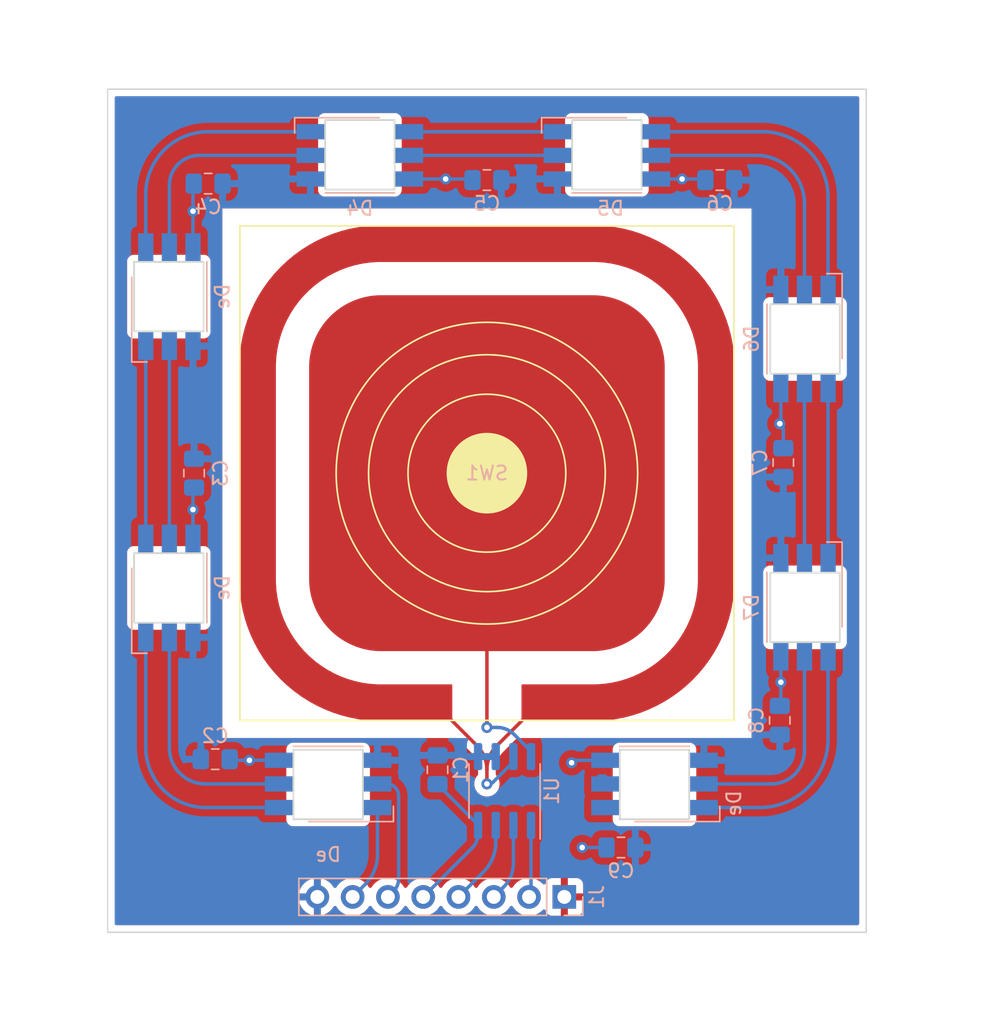
<source format=kicad_pcb>
(kicad_pcb (version 20211014) (generator pcbnew)
  (layers (0 "F.Cu" signal) (31 "B.Cu" signal) (34 "B.Paste" user) (35 "F.Paste" user) (36 "B.SilkS" user "B.Silkscreen") (37 "F.SilkS" user "F.Silkscreen") (38 "B.Mask" user) (39 "F.Mask" user) (44 "Edge.Cuts" user))
  (net 0 "")
  (net 1 "+3V3")
  (net 2 "GND")
  (net 3 "+5V")
  (net 4 "/LED_DATA")
  (net 5 "/LED_SCK")
  (net 6 "Net-(D1-Pad5)")
  (net 7 "Net-(D1-Pad6)")
  (net 8 "Net-(D2-Pad5)")
  (net 9 "Net-(D2-Pad6)")
  (net 10 "Net-(D3-Pad5)")
  (net 11 "Net-(D3-Pad6)")
  (net 12 "Net-(D4-Pad5)")
  (net 13 "Net-(D4-Pad6)")
  (net 14 "Net-(D5-Pad5)")
  (net 15 "Net-(D5-Pad6)")
  (net 16 "Net-(D6-Pad5)")
  (net 17 "Net-(D6-Pad6)")
  (net 18 "Net-(D7-Pad5)")
  (net 19 "Net-(D7-Pad6)")
  (net 20 "unconnected-(D8-Pad5)")
  (net 22 "/I2C_SDA")
  (net 23 "/I2C_SCL")
  (net 24 "/CAP_INT")
  (net 25 "Net-(SW1-Pad1)")
  (net 26 "Net-(SW1-Pad2)")
  (footprint "touchpads:button-internal" (layer "F.Cu") (at 88.9 88.9)
    (fp_text reference "SW1" (at 0 0 unlocked) (layer "B.SilkS") (effects (justify mirror)))
    (fp_text value "CAP-BUTTON")
    (fp_rect (start -17.78 -17.78) (end 17.78 17.78) (layer "F.SilkS") (width 0.12) (fill none))
    (fp_circle (center 0 0) (end 5.08 -2.54) (layer "F.SilkS") (width 0.12) (fill none))
    (fp_circle (center 0 0) (end 10.16 -3.81) (layer "F.SilkS") (width 0.12) (fill none))
    (fp_circle (center 0 0) (end 7.62 -3.81) (layer "F.SilkS") (width 0.12) (fill none))
    (fp_circle (center 0 0) (end 2.839806 0) (layer "F.SilkS") (width 0.12) (fill solid))
    (pad "1" smd custom (at 0 0) (size 25 25) (layers "F.Cu" "F.Paste" "F.Mask") (net 25 "Net-(SW1-Pad1)") (options (clearance outline) (anchor circle)) (primitives (gr_poly (pts (xy -12.5 -2.5) (xy -12.480267 -3.127905) (xy -12.421147 -3.753332) (xy -12.322873 -4.373813) (xy -12.185832 -4.986899) (xy -12.010565 -5.59017) (xy -11.797765 -6.181246) (xy -11.548271 -6.757793) (xy -11.263067 -7.317537) (xy -10.943279 -7.858268) (xy -10.59017 -8.377853) (xy -10.205132 -8.87424) (xy -9.789686 -9.345471) (xy -9.345471 -9.789686) (xy -8.87424 -10.205132) (xy -8.377853 -10.59017) (xy -7.858268 -10.943279) (xy -7.317537 -11.263067) (xy -6.757793 -11.548271) (xy -6.181246 -11.797765) (xy -5.59017 -12.010565) (xy -4.986899 -12.185832) (xy -4.373813 -12.322873) (xy -3.753332 -12.421147) (xy -3.127905 -12.480267) (xy -2.5 -12.5) (xy 2.5 -12.5) (xy 3.127905 -12.480267) (xy 3.753332 -12.421147) (xy 4.373813 -12.322873) (xy 4.986899 -12.185832) (xy 5.59017 -12.010565) (xy 6.181246 -11.797765) (xy 6.757793 -11.548271) (xy 7.317537 -11.263067) (xy 7.858268 -10.943279) (xy 8.377853 -10.59017) (xy 8.87424 -10.205132) (xy 9.345471 -9.789686) (xy 9.789686 -9.345471) (xy 10.205132 -8.87424) (xy 10.59017 -8.377853) (xy 10.943279 -7.858268) (xy 11.263067 -7.317537) (xy 11.548271 -6.757793) (xy 11.797765 -6.181246) (xy 12.010565 -5.59017) (xy 12.185832 -4.986899) (xy 12.322873 -4.373813) (xy 12.421147 -3.753332) (xy 12.480267 -3.127905) (xy 12.5 -2.5) (xy 12.5 2.5) (xy 12.480267 3.127905) (xy 12.421147 3.753332) (xy 12.322873 4.373813) (xy 12.185832 4.986899) (xy 12.010565 5.59017) (xy 11.797765 6.181246) (xy 11.548271 6.757793) (xy 11.263067 7.317537) (xy 10.943279 7.858268) (xy 10.59017 8.377853) (xy 10.205132 8.87424) (xy 9.789686 9.345471) (xy 9.345471 9.789686) (xy 8.87424 10.205132) (xy 8.377853 10.59017) (xy 7.858268 10.943279) (xy 7.317537 11.263067) (xy 6.757793 11.548271) (xy 6.181246 11.797765) (xy 5.59017 12.010565) (xy 4.986899 12.185832) (xy 4.373813 12.322873) (xy 3.753332 12.421147) (xy 3.127905 12.480267) (xy 2.5 12.5) (xy -2.5 12.5) (xy -3.127905 12.480267) (xy -3.753332 12.421147) (xy -4.373813 12.322873) (xy -4.986899 12.185832) (xy -5.59017 12.010565) (xy -6.181246 11.797765) (xy -6.757793 11.548271) (xy -7.317537 11.263067) (xy -7.858268 10.943279) (xy -8.377853 10.59017) (xy -8.87424 10.205132) (xy -9.345471 9.789686) (xy -9.789686 9.345471) (xy -10.205132 8.87424) (xy -10.59017 8.377853) (xy -10.943279 7.858268) (xy -11.263067 7.317537) (xy -11.548271 6.757793) (xy -11.797765 6.181246) (xy -12.010565 5.59017) (xy -12.185832 4.986899) (xy -12.322873 4.373813) (xy -12.421147 3.753332) (xy -12.480267 3.127905) (xy -12.5 2.5)) (width 0) (fill yes)) (gr_poly (pts (arc (start -12.7 7.62) (mid -11.212102 11.212102) (end -7.62 12.7)) (arc (start 7.62 12.7) (mid 11.212102 11.212102) (end 12.7 7.62)) (arc (start 12.7 -7.62) (mid 11.212102 -11.212102) (end 7.62 -12.7)) (arc (start -7.62 -12.7) (mid -11.212102 -11.212102) (end -12.7 -7.62))) (width 0.2) (fill yes))))
    (pad "2" smd custom (at 3.81 16.51) (size 2.399997 2.399997) (layers "F.Cu" "F.Paste" "F.Mask") (net 26 "Net-(SW1-Pad2)") (options (clearance outline) (anchor circle)) (primitives (gr_poly (pts (xy -1.199999 -0.239999) (xy -1.184827 -0.41) (xy -1.131345 -0.596512) (xy -1.041453 -0.76846) (xy -0.918822 -0.918821) (xy -0.768461 -1.041452) (xy -0.596513 -1.131344) (xy -0.410001 -1.184826) (xy -0.239999 -1.199997) (xy 0.24 -1.199998) (xy 0.410001 -1.184826) (xy 0.596513 -1.131344) (xy 0.768461 -1.041452) (xy 0.918822 -0.918821) (xy 1.041453 -0.76846) (xy 1.131345 -0.596512) (xy 1.184827 -0.41) (xy 1.199998 -0.239998) (xy 1.199999 0.239999) (xy 1.184827 0.41) (xy 1.131345 0.596512) (xy 1.041453 0.76846) (xy 0.918822 0.918821) (xy 0.768461 1.041452) (xy 0.596513 1.131344) (xy 0.410001 1.184826) (xy 0.239999 1.199997) (xy -0.24 1.199998) (xy -0.410001 1.184826) (xy -0.596513 1.131344) (xy -0.768461 1.041452) (xy -0.918822 0.918821) (xy -1.041453 0.76846) (xy -1.131345 0.596512) (xy -1.184827 0.41) (xy -1.199998 0.239998)) (width 0) (fill yes)) (gr_poly (pts (xy 3.81 -1.27) (xy -1.27 -1.27) (xy -1.27 1.27) (xy 3.81 1.27) (xy 4.129213 1.267518) (xy 4.766379 1.227431) (xy 5.39977 1.147415) (xy 6.026888 1.027786) (xy 6.645256 0.869016) (xy 7.252435 0.671731) (xy 7.846028 0.436711) (xy 8.423693 0.164883) (xy 8.98315 -0.142681) (xy 9.522191 -0.484767) (xy 10.038688 -0.860024) (xy 10.530603 -1.266972) (xy 10.995996 -1.704004) (xy 11.433028 -2.169397) (xy 11.839976 -2.661312) (xy 12.215233 -3.177809) (xy 12.557319 -3.71685) (xy 12.864883 -4.276307) (xy 13.136711 -4.853972) (xy 13.371731 -5.447565) (xy 13.569016 -6.054744) (xy 13.727786 -6.673112) (xy 13.847415 -7.30023) (xy 13.927431 -7.933621) (xy 13.967518 -8.570787) (xy 13.97 -8.89) (xy 13.97 -24.13) (xy 13.967518 -24.449213) (xy 13.927431 -25.086379) (xy 13.847415 -25.71977) (xy 13.727786 -26.346888) (xy 13.569016 -26.965256) (xy 13.371731 -27.572435) (xy 13.136711 -28.166028) (xy 12.864883 -28.743693) (xy 12.557319 -29.30315) (xy 12.215233 -29.842191) (xy 11.839976 -30.358688) (xy 11.433028 -30.850603) (xy 10.995996 -31.315996) (xy 10.530603 -31.753028) (xy 10.038688 -32.159976) (xy 9.522191 -32.535233) (xy 8.98315 -32.877319) (xy 8.423693 -33.184883) (xy 7.846028 -33.456711) (xy 7.252435 -33.691731) (xy 6.645256 -33.889016) (xy 6.026888 -34.047786) (xy 5.39977 -34.167415) (xy 4.766379 -34.247431) (xy 4.129213 -34.287518) (xy 3.81 -34.29) (xy -11.43 -34.29) (xy -11.749213 -34.287518) (xy -12.386379 -34.247431) (xy -13.01977 -34.167415) (xy -13.646888 -34.047786) (xy -14.265256 -33.889016) (xy -14.872435 -33.691731) (xy -15.466028 -33.456711) (xy -16.043693 -33.184883) (xy -16.60315 -32.877319) (xy -17.142191 -32.535233) (xy -17.658688 -32.159976) (xy -18.150603 -31.753028) (xy -18.615996 -31.315996) (xy -19.053028 -30.850603) (xy -19.459976 -30.358688) (xy -19.835233 -29.842191) (xy -20.177319 -29.30315) (xy -20.484883 -28.743693) (xy -20.756711 -28.166028) (xy -20.991731 -27.572435) (xy -21.189016 -26.965256) (xy -21.347786 -26.346888) (xy -21.467415 -25.71977) (xy -21.547431 -25.086379) (xy -21.587518 -24.449213) (xy -21.59 -24.13) (xy -21.59 -8.89) (xy -21.587518 -8.570787) (xy -21.547431 -7.933621) (xy -21.467415 -7.30023) (xy -21.347786 -6.673112) (xy -21.189016 -6.054744) (xy -20.991731 -5.447565) (xy -20.756711 -4.853972) (xy -20.484883 -4.276307) (xy -20.177319 -3.71685) (xy -19.835233 -3.177809) (xy -19.459976 -2.661312) (xy -19.053028 -2.169397) (xy -18.615996 -1.704004) (xy -18.150603 -1.266972) (xy -17.658688 -0.860024) (xy -17.142191 -0.484767) (xy -16.60315 -0.142681) (xy -16.043693 0.164883) (xy -15.466028 0.436711) (xy -14.872435 0.671731) (xy -14.265256 0.869016) (xy -13.646888 1.027786) (xy -13.01977 1.147415) (xy -12.386379 1.227431) (xy -11.749213 1.267518) (xy -11.43 1.27) (xy -6.35 1.27) (xy -6.35 -1.27) (xy -11.43 -1.27) (xy -11.702065 -1.272339) (xy -12.24481 -1.311157) (xy -12.783402 -1.388594) (xy -13.315098 -1.504258) (xy -13.837188 -1.657557) (xy -14.347012 -1.847711) (xy -14.84197 -2.073751) (xy -15.319543 -2.334526) (xy -15.777295 -2.628705) (xy -16.212894 -2.954791) (xy -16.624121 -3.311121) (xy -17.008879 -3.695879) (xy -17.365209 -4.107106) (xy -17.691295 -4.542705) (xy -17.985474 -5.000457) (xy -18.246249 -5.47803) (xy -18.472289 -5.972988) (xy -18.662443 -6.482812) (xy -18.815742 -7.004902) (xy -18.931406 -7.536598) (xy -19.008843 -8.07519) (xy -19.047661 -8.617935) (xy -19.05 -8.89) (xy -19.05 -24.13) (xy -19.047661 -24.402065) (xy -19.008843 -24.94481) (xy -18.931406 -25.483402) (xy -18.815742 -26.015098) (xy -18.662443 -26.537188) (xy -18.472289 -27.047012) (xy -18.246249 -27.54197) (xy -17.985474 -28.019543) (xy -17.691295 -28.477295) (xy -17.365209 -28.912894) (xy -17.008879 -29.324121) (xy -16.624121 -29.708879) (xy -16.212894 -30.065209) (xy -15.777295 -30.391295) (xy -15.319543 -30.685474) (xy -14.84197 -30.946249) (xy -14.347012 -31.172289) (xy -13.837188 -31.362443) (xy -13.315098 -31.515742) (xy -12.783402 -31.631406) (xy -12.24481 -31.708843) (xy -11.702065 -31.747661) (xy -11.43 -31.75) (xy 3.81 -31.75) (xy 4.082146 -31.747784) (xy 4.625065 -31.709191) (xy 5.163846 -31.631955) (xy 5.695742 -31.516467) (xy 6.218041 -31.363319) (xy 6.72808 -31.173289) (xy 7.223258 -30.947347) (xy 7.70105 -30.686646) (xy 8.159021 -30.392514) (xy 8.594835 -30.066452) (xy 9.00627 -29.71012) (xy 9.391228 -29.325338) (xy 9.747747 -28.914065) (xy 10.074009 -28.4784) (xy 10.36835 -28.020564) (xy 10.62927 -27.542891) (xy 10.855437 -27.047816) (xy 11.0457 -26.537864) (xy 11.199087 -26.015635) (xy 11.314817 -25.483792) (xy 11.3923 -24.945046) (xy 11.43114 -24.402145) (xy 11.433482 -24.13) (xy 11.43 -8.89) (xy 11.427604 -8.617937) (xy 11.388787 -8.075196) (xy 11.311349 -7.536608) (xy 11.195687 -7.004916) (xy 11.042389 -6.48283) (xy 10.852236 -5.97301) (xy 10.626197 -5.478055) (xy 10.365425 -5.000487) (xy 10.071248 -4.542738) (xy 9.745165 -4.107142) (xy 9.388837 -3.695918) (xy 9.004082 -3.311163) (xy 8.592858 -2.954835) (xy 8.157262 -2.628752) (xy 7.699513 -2.334575) (xy 7.221945 -2.073803) (xy 6.72699 -1.847764) (xy 6.21717 -1.657611) (xy 5.695084 -1.504313) (xy 5.163392 -1.388651) (xy 4.624804 -1.311213) (xy 4.082063 -1.272396)) (width 0.1) (fill yes))))
    (zone (net 0) (net_name "") (layers F&B.Cu) (connect_pads (clearance 0)) (min_thickness 0.254)
      (keepout (tracks allowed) (vias not_allowed) (pads not_allowed) (copperpour not_allowed) (footprints allowed))
      (fill (thermal_gap 0.508) (thermal_bridge_width 0.508))
      (polygon (pts (xy 107.95 107.95) (xy 69.85 107.95) (xy 69.85 69.85) (xy 107.95 69.85)))
    )
  )
  (footprint "APA102-flipped:LED_RGB_5050-6-flipped" (layer "B.Cu") (at 111.76 98.552 90)
    (fp_text reference "D7" (at 0 -3.81 90) (layer "B.SilkS") (effects (justify mirror)))
    (fp_text value "APA102")
    (fp_line (start -1.401 2.709) (end 4.699 2.709) (layer "B.SilkS") (width 0.12))
    (fp_line (start 2.5 -2.7) (end -2.5 -2.7) (layer "B.SilkS") (width 0.12))
    (fp_line (start 4.699 1.609) (end 4.699 2.709) (layer "B.SilkS") (width 0.12))
    (fp_rect (start -2.5 2.54) (end 2.5 -2.46) (layer "Edge.Cuts") (width 0.12) (fill none))
    (pad "1" smd rect (at 3.556 1.7 180) (size 1.1 2) (layers "B.Cu" "B.Paste" "B.Mask") (net 17 "Net-(D6-Pad6)"))
    (pad "2" smd rect (at 3.556 0 180) (size 1.1 2) (layers "B.Cu" "B.Paste" "B.Mask") (net 16 "Net-(D6-Pad5)"))
    (pad "3" smd rect (at 3.556 -1.7 180) (size 1.1 2) (layers "B.Cu" "B.Paste" "B.Mask") (net 2 "GND"))
    (pad "4" smd rect (at -3.556 -1.7 180) (size 1.1 2) (layers "B.Cu" "B.Paste" "B.Mask") (net 3 "+5V"))
    (pad "5" smd rect (at -3.556 0 180) (size 1.1 2) (layers "B.Cu" "B.Paste" "B.Mask") (net 18 "Net-(D7-Pad5)"))
    (pad "6" smd rect (at -3.556 1.7 180) (size 1.1 2) (layers "B.Cu" "B.Paste" "B.Mask") (net 19 "Net-(D7-Pad6)"))
  )
  (footprint "Capacitor_SMD:C_0805_2012Metric_Pad1.18x1.45mm_HandSolder" (layer "B.Cu") (at 98.552 115.824)
    (fp_text reference "C9" (at 0 1.68) (layer "B.SilkS") (effects (justify mirror)))
    (fp_text value "10n")
    (fp_line (start -0.261252 -0.735) (end 0.261252 -0.735) (layer "B.SilkS") (width 0.12))
    (fp_line (start -0.261252 0.735) (end 0.261252 0.735) (layer "B.SilkS") (width 0.12))
    (pad "1" smd roundrect (at -1.0375 0) (size 1.175 1.45) (layers "B.Cu" "B.Paste" "B.Mask") (roundrect_rratio 0.212766) (net 3 "+5V"))
    (pad "2" smd roundrect (at 1.0375 0) (size 1.175 1.45) (layers "B.Cu" "B.Paste" "B.Mask") (roundrect_rratio 0.212766) (net 2 "GND"))
  )
  (footprint "Capacitor_SMD:C_0805_2012Metric_Pad1.18x1.45mm_HandSolder" (layer "B.Cu") (at 69.342 109.474 180)
    (fp_text reference "C2" (at 0 1.68) (layer "B.SilkS") (effects (justify mirror)))
    (fp_text value "10n")
    (fp_line (start -0.261252 0.735) (end 0.261252 0.735) (layer "B.SilkS") (width 0.12))
    (fp_line (start -0.261252 -0.735) (end 0.261252 -0.735) (layer "B.SilkS") (width 0.12))
    (pad "1" smd roundrect (at -1.0375 0 180) (size 1.175 1.45) (layers "B.Cu" "B.Paste" "B.Mask") (roundrect_rratio 0.212766) (net 3 "+5V"))
    (pad "2" smd roundrect (at 1.0375 0 180) (size 1.175 1.45) (layers "B.Cu" "B.Paste" "B.Mask") (roundrect_rratio 0.212766) (net 2 "GND"))
  )
  (footprint "Capacitor_SMD:C_0805_2012Metric_Pad1.18x1.45mm_HandSolder" (layer "B.Cu") (at 88.9 67.818)
    (fp_text reference "C5" (at 0 1.68) (layer "B.SilkS") (effects (justify mirror)))
    (fp_text value "10n")
    (fp_line (start -0.261252 -0.735) (end 0.261252 -0.735) (layer "B.SilkS") (width 0.12))
    (fp_line (start -0.261252 0.735) (end 0.261252 0.735) (layer "B.SilkS") (width 0.12))
    (pad "1" smd roundrect (at -1.0375 0) (size 1.175 1.45) (layers "B.Cu" "B.Paste" "B.Mask") (roundrect_rratio 0.212766) (net 3 "+5V"))
    (pad "2" smd roundrect (at 1.0375 0) (size 1.175 1.45) (layers "B.Cu" "B.Paste" "B.Mask") (roundrect_rratio 0.212766) (net 2 "GND"))
  )
  (footprint "APA102-flipped:LED_RGB_5050-6-flipped" (layer "B.Cu") (at 79.756 66.04 180)
    (fp_text reference "D4" (at 0 -3.81) (layer "B.SilkS") (effects (justify mirror)))
    (fp_text value "APA102")
    (fp_line (start 4.699 1.609) (end 4.699 2.709) (layer "B.SilkS") (width 0.12))
    (fp_line (start -1.401 2.709) (end 4.699 2.709) (layer "B.SilkS") (width 0.12))
    (fp_line (start 2.5 -2.7) (end -2.5 -2.7) (layer "B.SilkS") (width 0.12))
    (fp_rect (start -2.5 2.54) (end 2.5 -2.46) (layer "Edge.Cuts") (width 0.12) (fill none))
    (pad "1" smd rect (at 3.556 1.7 270) (size 1.1 2) (layers "B.Cu" "B.Paste" "B.Mask") (net 11 "Net-(D3-Pad6)"))
    (pad "2" smd rect (at 3.556 0 270) (size 1.1 2) (layers "B.Cu" "B.Paste" "B.Mask") (net 10 "Net-(D3-Pad5)"))
    (pad "3" smd rect (at 3.556 -1.7 270) (size 1.1 2) (layers "B.Cu" "B.Paste" "B.Mask") (net 2 "GND"))
    (pad "4" smd rect (at -3.556 -1.7 270) (size 1.1 2) (layers "B.Cu" "B.Paste" "B.Mask") (net 3 "+5V"))
    (pad "5" smd rect (at -3.556 0 270) (size 1.1 2) (layers "B.Cu" "B.Paste" "B.Mask") (net 12 "Net-(D4-Pad5)"))
    (pad "6" smd rect (at -3.556 1.7 270) (size 1.1 2) (layers "B.Cu" "B.Paste" "B.Mask") (net 13 "Net-(D4-Pad6)"))
  )
  (footprint "APA102-flipped:LED_RGB_5050-6-flipped" (layer "B.Cu") (at 77.47 111.252)
    (fp_text reference "De" (at 0 5.08) (layer "B.SilkS") (effects (justify mirror)))
    (fp_text value "APA102")
    (fp_line (start -1.401 2.709) (end 4.699 2.709) (layer "B.SilkS") (width 0.12))
    (fp_line (start 4.699 1.609) (end 4.699 2.709) (layer "B.SilkS") (width 0.12))
    (fp_line (start 2.5 -2.7) (end -2.5 -2.7) (layer "B.SilkS") (width 0.12))
    (fp_rect (start -2.5 2.54) (end 2.5 -2.46) (layer "Edge.Cuts") (width 0.12) (fill none))
    (pad "1" smd rect (at 3.556 1.7 90) (size 1.1 2) (layers "B.Cu" "B.Paste" "B.Mask") (net 4 "/LED_DATA"))
    (pad "2" smd rect (at 3.556 0 90) (size 1.1 2) (layers "B.Cu" "B.Paste" "B.Mask") (net 5 "/LED_SCK"))
    (pad "3" smd rect (at 3.556 -1.7 90) (size 1.1 2) (layers "B.Cu" "B.Paste" "B.Mask") (net 2 "GND"))
    (pad "4" smd rect (at -3.556 -1.7 90) (size 1.1 2) (layers "B.Cu" "B.Paste" "B.Mask") (net 3 "+5V"))
    (pad "5" smd rect (at -3.556 0 90) (size 1.1 2) (layers "B.Cu" "B.Paste" "B.Mask") (net 6 "Net-(D1-Pad5)"))
    (pad "6" smd rect (at -3.556 1.7 90) (size 1.1 2) (layers "B.Cu" "B.Paste" "B.Mask") (net 7 "Net-(D1-Pad6)"))
  )
  (footprint "Connector_PinHeader_2.54mm:PinHeader_1x08_P2.54mm_Vertical" (layer "B.Cu") (at 94.473 119.38 90)
    (fp_text reference "J1" (at 0 2.33 90) (layer "B.SilkS") (effects (justify mirror)))
    (fp_text value "Conn_01x08")
    (fp_line (start -1.33 -1.27) (end 1.33 -1.27) (layer "B.SilkS") (width 0.12))
    (fp_line (start -1.33 0) (end -1.33 1.33) (layer "B.SilkS") (width 0.12))
    (fp_line (start 1.33 -1.27) (end 1.33 -19.11) (layer "B.SilkS") (width 0.12))
    (fp_line (start -1.33 -1.27) (end -1.33 -19.11) (layer "B.SilkS") (width 0.12))
    (fp_line (start -1.33 1.33) (end 0 1.33) (layer "B.SilkS") (width 0.12))
    (fp_line (start -1.33 -19.11) (end 1.33 -19.11) (layer "B.SilkS") (width 0.12))
    (pad "1" thru_hole rect (at 0 0 90) (size 1.7 1.7) (drill 1) (layers *.Cu *.Mask) (net 3 "+5V"))
    (pad "2" thru_hole oval (at 0 -2.54 90) (size 1.7 1.7) (drill 1) (layers *.Cu *.Mask) (net 24 "/CAP_INT"))
    (pad "3" thru_hole oval (at 0 -5.08 90) (size 1.7 1.7) (drill 1) (layers *.Cu *.Mask) (net 22 "/I2C_SDA"))
    (pad "4" thru_hole oval (at 0 -7.62 90) (size 1.7 1.7) (drill 1) (layers *.Cu *.Mask) (net 23 "/I2C_SCL"))
    (pad "5" thru_hole oval (at 0 -10.16 90) (size 1.7 1.7) (drill 1) (layers *.Cu *.Mask) (net 1 "+3V3"))
    (pad "6" thru_hole oval (at 0 -12.7 90) (size 1.7 1.7) (drill 1) (layers *.Cu *.Mask) (net 5 "/LED_SCK"))
    (pad "7" thru_hole oval (at 0 -15.24 90) (size 1.7 1.7) (drill 1) (layers *.Cu *.Mask) (net 4 "/LED_DATA"))
    (pad "8" thru_hole oval (at 0 -17.78 90) (size 1.7 1.7) (drill 1) (layers *.Cu *.Mask) (net 2 "GND"))
  )
  (footprint "APA102-flipped:LED_RGB_5050-6-flipped" (layer "B.Cu") (at 97.536 66.04 180)
    (fp_text reference "D5" (at -0.254 -3.81) (layer "B.SilkS") (effects (justify mirror)))
    (fp_text value "APA102")
    (fp_line (start 4.699 1.609) (end 4.699 2.709) (layer "B.SilkS") (width 0.12))
    (fp_line (start -1.401 2.709) (end 4.699 2.709) (layer "B.SilkS") (width 0.12))
    (fp_line (start 2.5 -2.7) (end -2.5 -2.7) (layer "B.SilkS") (width 0.12))
    (fp_rect (start -2.5 2.54) (end 2.5 -2.46) (layer "Edge.Cuts") (width 0.12) (fill none))
    (pad "1" smd rect (at 3.556 1.7 270) (size 1.1 2) (layers "B.Cu" "B.Paste" "B.Mask") (net 13 "Net-(D4-Pad6)"))
    (pad "2" smd rect (at 3.556 0 270) (size 1.1 2) (layers "B.Cu" "B.Paste" "B.Mask") (net 12 "Net-(D4-Pad5)"))
    (pad "3" smd rect (at 3.556 -1.7 270) (size 1.1 2) (layers "B.Cu" "B.Paste" "B.Mask") (net 2 "GND"))
    (pad "4" smd rect (at -3.556 -1.7 270) (size 1.1 2) (layers "B.Cu" "B.Paste" "B.Mask") (net 3 "+5V"))
    (pad "5" smd rect (at -3.556 0 270) (size 1.1 2) (layers "B.Cu" "B.Paste" "B.Mask") (net 14 "Net-(D5-Pad5)"))
    (pad "6" smd rect (at -3.556 1.7 270) (size 1.1 2) (layers "B.Cu" "B.Paste" "B.Mask") (net 15 "Net-(D5-Pad6)"))
  )
  (footprint "Capacitor_SMD:C_0805_2012Metric_Pad1.18x1.45mm_HandSolder" (layer "B.Cu") (at 109.982 106.68 -90)
    (fp_text reference "C8" (at 0 1.68 90) (layer "B.SilkS") (effects (justify mirror)))
    (fp_text value "10n")
    (fp_line (start -0.261252 0.735) (end 0.261252 0.735) (layer "B.SilkS") (width 0.12))
    (fp_line (start -0.261252 -0.735) (end 0.261252 -0.735) (layer "B.SilkS") (width 0.12))
    (pad "1" smd roundrect (at -1.0375 0 270) (size 1.175 1.45) (layers "B.Cu" "B.Paste" "B.Mask") (roundrect_rratio 0.212766) (net 3 "+5V"))
    (pad "2" smd roundrect (at 1.0375 0 270) (size 1.175 1.45) (layers "B.Cu" "B.Paste" "B.Mask") (roundrect_rratio 0.212766) (net 2 "GND"))
  )
  (footprint "APA102-flipped:LED_RGB_5050-6-flipped" (layer "B.Cu") (at 66.04 97.155 -90)
    (fp_text reference "De" (at 0 -3.81 90) (layer "B.SilkS") (effects (justify mirror)))
    (fp_text value "APA102")
    (fp_line (start 2.5 -2.7) (end -2.5 -2.7) (layer "B.SilkS") (width 0.12))
    (fp_line (start 4.699 1.609) (end 4.699 2.709) (layer "B.SilkS") (width 0.12))
    (fp_line (start -1.401 2.709) (end 4.699 2.709) (layer "B.SilkS") (width 0.12))
    (fp_rect (start -2.5 2.54) (end 2.5 -2.46) (layer "Edge.Cuts") (width 0.12) (fill none))
    (pad "1" smd rect (at 3.556 1.7) (size 1.1 2) (layers "B.Cu" "B.Paste" "B.Mask") (net 7 "Net-(D1-Pad6)"))
    (pad "2" smd rect (at 3.556 0) (size 1.1 2) (layers "B.Cu" "B.Paste" "B.Mask") (net 6 "Net-(D1-Pad5)"))
    (pad "3" smd rect (at 3.556 -1.7) (size 1.1 2) (layers "B.Cu" "B.Paste" "B.Mask") (net 2 "GND"))
    (pad "4" smd rect (at -3.556 -1.7) (size 1.1 2) (layers "B.Cu" "B.Paste" "B.Mask") (net 3 "+5V"))
    (pad "5" smd rect (at -3.556 0) (size 1.1 2) (layers "B.Cu" "B.Paste" "B.Mask") (net 8 "Net-(D2-Pad5)"))
    (pad "6" smd rect (at -3.556 1.7) (size 1.1 2) (layers "B.Cu" "B.Paste" "B.Mask") (net 9 "Net-(D2-Pad6)"))
  )
  (footprint "Capacitor_SMD:C_0805_2012Metric_Pad1.18x1.45mm_HandSolder" (layer "B.Cu") (at 110.236 88.138 -90)
    (fp_text reference "C7" (at 0 1.68 90) (layer "B.SilkS") (effects (justify mirror)))
    (fp_text value "10n")
    (fp_line (start -0.261252 -0.735) (end 0.261252 -0.735) (layer "B.SilkS") (width 0.12))
    (fp_line (start -0.261252 0.735) (end 0.261252 0.735) (layer "B.SilkS") (width 0.12))
    (pad "1" smd roundrect (at -1.0375 0 270) (size 1.175 1.45) (layers "B.Cu" "B.Paste" "B.Mask") (roundrect_rratio 0.212766) (net 3 "+5V"))
    (pad "2" smd roundrect (at 1.0375 0 270) (size 1.175 1.45) (layers "B.Cu" "B.Paste" "B.Mask") (roundrect_rratio 0.212766) (net 2 "GND"))
  )
  (footprint "Capacitor_SMD:C_0805_2012Metric_Pad1.18x1.45mm_HandSolder" (layer "B.Cu") (at 67.818 88.9 90)
    (fp_text reference "C3" (at 0 1.905 90) (layer "B.SilkS") (effects (justify mirror)))
    (fp_text value "10n")
    (fp_line (start -0.261252 0.735) (end 0.261252 0.735) (layer "B.SilkS") (width 0.12))
    (fp_line (start -0.261252 -0.735) (end 0.261252 -0.735) (layer "B.SilkS") (width 0.12))
    (pad "1" smd roundrect (at -1.0375 0 90) (size 1.175 1.45) (layers "B.Cu" "B.Paste" "B.Mask") (roundrect_rratio 0.212766) (net 3 "+5V"))
    (pad "2" smd roundrect (at 1.0375 0 90) (size 1.175 1.45) (layers "B.Cu" "B.Paste" "B.Mask") (roundrect_rratio 0.212766) (net 2 "GND"))
  )
  (footprint "Capacitor_SMD:C_0805_2012Metric_Pad1.18x1.45mm_HandSolder" (layer "B.Cu") (at 68.834 68.072)
    (fp_text reference "C4" (at 0 1.68) (layer "B.SilkS") (effects (justify mirror)))
    (fp_text value "10n")
    (fp_line (start -0.261252 -0.735) (end 0.261252 -0.735) (layer "B.SilkS") (width 0.12))
    (fp_line (start -0.261252 0.735) (end 0.261252 0.735) (layer "B.SilkS") (width 0.12))
    (pad "1" smd roundrect (at -1.0375 0) (size 1.175 1.45) (layers "B.Cu" "B.Paste" "B.Mask") (roundrect_rratio 0.212766) (net 3 "+5V"))
    (pad "2" smd roundrect (at 1.0375 0) (size 1.175 1.45) (layers "B.Cu" "B.Paste" "B.Mask") (roundrect_rratio 0.212766) (net 2 "GND"))
  )
  (footprint "APA102-flipped:LED_RGB_5050-6-flipped" (layer "B.Cu") (at 100.965 111.252)
    (fp_text reference "De" (at 5.715 1.397 90) (layer "B.SilkS") (effects (justify mirror)))
    (fp_text value "APA102")
    (fp_line (start -1.401 2.709) (end 4.699 2.709) (layer "B.SilkS") (width 0.12))
    (fp_line (start 2.5 -2.7) (end -2.5 -2.7) (layer "B.SilkS") (width 0.12))
    (fp_line (start 4.699 1.609) (end 4.699 2.709) (layer "B.SilkS") (width 0.12))
    (fp_rect (start -2.5 2.54) (end 2.5 -2.46) (layer "Edge.Cuts") (width 0.12) (fill none))
    (pad "1" smd rect (at 3.556 1.7 90) (size 1.1 2) (layers "B.Cu" "B.Paste" "B.Mask") (net 19 "Net-(D7-Pad6)"))
    (pad "2" smd rect (at 3.556 0 90) (size 1.1 2) (layers "B.Cu" "B.Paste" "B.Mask") (net 18 "Net-(D7-Pad5)"))
    (pad "3" smd rect (at 3.556 -1.7 90) (size 1.1 2) (layers "B.Cu" "B.Paste" "B.Mask") (net 2 "GND"))
    (pad "4" smd rect (at -3.556 -1.7 90) (size 1.1 2) (layers "B.Cu" "B.Paste" "B.Mask") (net 3 "+5V"))
    (pad "5" smd rect (at -3.556 0 90) (size 1.1 2) (layers "B.Cu" "B.Paste" "B.Mask") (net 20 "unconnected-(D8-Pad5)"))
    (pad "6" smd rect (at -3.556 1.7 90) (size 1.1 2) (layers "B.Cu" "B.Paste" "B.Mask"))
  )
  (footprint "Capacitor_SMD:C_0805_2012Metric_Pad1.18x1.45mm_HandSolder" (layer "B.Cu") (at 85.344 110.236 90)
    (fp_text reference "C1" (at 0 1.68 90) (layer "B.SilkS") (effects (justify mirror)))
    (fp_text value "10n")
    (fp_line (start -0.261252 -0.735) (end 0.261252 -0.735) (layer "B.SilkS") (width 0.12))
    (fp_line (start -0.261252 0.735) (end 0.261252 0.735) (layer "B.SilkS") (width 0.12))
    (pad "1" smd roundrect (at -1.0375 0 90) (size 1.175 1.45) (layers "B.Cu" "B.Paste" "B.Mask") (roundrect_rratio 0.212766) (net 1 "+3V3"))
    (pad "2" smd roundrect (at 1.0375 0 90) (size 1.175 1.45) (layers "B.Cu" "B.Paste" "B.Mask") (roundrect_rratio 0.212766) (net 2 "GND"))
  )
  (footprint "APA102-flipped:LED_RGB_5050-6-flipped" (layer "B.Cu") (at 66.04 76.2 -90)
    (fp_text reference "De" (at 0 -3.81 90) (layer "B.SilkS") (effects (justify mirror)))
    (fp_text value "APA102")
    (fp_line (start -1.401 2.709) (end 4.699 2.709) (layer "B.SilkS") (width 0.12))
    (fp_line (start 4.699 1.609) (end 4.699 2.709) (layer "B.SilkS") (width 0.12))
    (fp_line (start 2.5 -2.7) (end -2.5 -2.7) (layer "B.SilkS") (width 0.12))
    (fp_rect (start -2.5 2.54) (end 2.5 -2.46) (layer "Edge.Cuts") (width 0.12) (fill none))
    (pad "1" smd rect (at 3.556 1.7) (size 1.1 2) (layers "B.Cu" "B.Paste" "B.Mask") (net 9 "Net-(D2-Pad6)"))
    (pad "2" smd rect (at 3.556 0) (size 1.1 2) (layers "B.Cu" "B.Paste" "B.Mask") (net 8 "Net-(D2-Pad5)"))
    (pad "3" smd rect (at 3.556 -1.7) (size 1.1 2) (layers "B.Cu" "B.Paste" "B.Mask") (net 2 "GND"))
    (pad "4" smd rect (at -3.556 -1.7) (size 1.1 2) (layers "B.Cu" "B.Paste" "B.Mask") (net 3 "+5V"))
    (pad "5" smd rect (at -3.556 0) (size 1.1 2) (layers "B.Cu" "B.Paste" "B.Mask") (net 10 "Net-(D3-Pad5)"))
    (pad "6" smd rect (at -3.556 1.7) (size 1.1 2) (layers "B.Cu" "B.Paste" "B.Mask") (net 11 "Net-(D3-Pad6)"))
  )
  (footprint "APA102-flipped:LED_RGB_5050-6-flipped" (layer "B.Cu") (at 111.76 79.248 90)
    (fp_text reference "D6" (at 0 -3.81 90) (layer "B.SilkS") (effects (justify mirror)))
    (fp_text value "APA102")
    (fp_line (start 2.5 -2.7) (end -2.5 -2.7) (layer "B.SilkS") (width 0.12))
    (fp_line (start -1.401 2.709) (end 4.699 2.709) (layer "B.SilkS") (width 0.12))
    (fp_line (start 4.699 1.609) (end 4.699 2.709) (layer "B.SilkS") (width 0.12))
    (fp_rect (start -2.5 2.54) (end 2.5 -2.46) (layer "Edge.Cuts") (width 0.12) (fill none))
    (pad "1" smd rect (at 3.556 1.7 180) (size 1.1 2) (layers "B.Cu" "B.Paste" "B.Mask") (net 15 "Net-(D5-Pad6)"))
    (pad "2" smd rect (at 3.556 0 180) (size 1.1 2) (layers "B.Cu" "B.Paste" "B.Mask") (net 14 "Net-(D5-Pad5)"))
    (pad "3" smd rect (at 3.556 -1.7 180) (size 1.1 2) (layers "B.Cu" "B.Paste" "B.Mask") (net 2 "GND"))
    (pad "4" smd rect (at -3.556 -1.7 180) (size 1.1 2) (layers "B.Cu" "B.Paste" "B.Mask") (net 3 "+5V"))
    (pad "5" smd rect (at -3.556 0 180) (size 1.1 2) (layers "B.Cu" "B.Paste" "B.Mask") (net 16 "Net-(D6-Pad5)"))
    (pad "6" smd rect (at -3.556 1.7 180) (size 1.1 2) (layers "B.Cu" "B.Paste" "B.Mask") (net 17 "Net-(D6-Pad6)"))
  )
  (footprint "Capacitor_SMD:C_0805_2012Metric_Pad1.18x1.45mm_HandSolder" (layer "B.Cu") (at 105.664 67.818)
    (fp_text reference "C6" (at 0 1.68) (layer "B.SilkS") (effects (justify mirror)))
    (fp_text value "10n")
    (fp_line (start -0.261252 -0.735) (end 0.261252 -0.735) (layer "B.SilkS") (width 0.12))
    (fp_line (start -0.261252 0.735) (end 0.261252 0.735) (layer "B.SilkS") (width 0.12))
    (pad "1" smd roundrect (at -1.0375 0) (size 1.175 1.45) (layers "B.Cu" "B.Paste" "B.Mask") (roundrect_rratio 0.212766) (net 3 "+5V"))
    (pad "2" smd roundrect (at 1.0375 0) (size 1.175 1.45) (layers "B.Cu" "B.Paste" "B.Mask") (roundrect_rratio 0.212766) (net 2 "GND"))
  )
  (footprint "Package_SO:SOIC-8_3.9x4.9mm_P1.27mm" (layer "B.Cu") (at 90.17 111.76 90)
    (fp_text reference "U1" (at 0 3.4 90) (layer "B.SilkS") (effects (justify mirror)))
    (fp_text value "CAP1293")
    (fp_line (start 0 2.56) (end 1.95 2.56) (layer "B.SilkS") (width 0.12))
    (fp_line (start 0 -2.56) (end 1.95 -2.56) (layer "B.SilkS") (width 0.12))
    (fp_line (start 0 -2.56) (end -1.95 -2.56) (layer "B.SilkS") (width 0.12))
    (fp_line (start 0 2.56) (end -3.45 2.56) (layer "B.SilkS") (width 0.12))
    (pad "1" smd roundrect (at -2.475 1.905 90) (size 1.95 0.6) (layers "B.Cu" "B.Paste" "B.Mask") (net 24 "/CAP_INT"))
    (pad "2" smd roundrect (at -2.475 0.635 90) (size 1.95 0.6) (layers "B.Cu" "B.Paste" "B.Mask") (net 22 "/I2C_SDA"))
    (pad "3" smd roundrect (at -2.475 -0.635 90) (size 1.95 0.6) (layers "B.Cu" "B.Paste" "B.Mask") (net 23 "/I2C_SCL"))
    (pad "4" smd roundrect (at -2.475 -1.905 90) (size 1.95 0.6) (layers "B.Cu" "B.Paste" "B.Mask") (net 1 "+3V3"))
    (pad "5" smd roundrect (at 2.475 -1.905 90) (size 1.95 0.6) (layers "B.Cu" "B.Paste" "B.Mask") (net 2 "GND"))
    (pad "6" smd roundrect (at 2.475 -0.635 90) (size 1.95 0.6) (layers "B.Cu" "B.Paste" "B.Mask") (net 2 "GND"))
    (pad "7" smd roundrect (at 2.475 0.635 90) (size 1.95 0.6) (layers "B.Cu" "B.Paste" "B.Mask") (net 26 "Net-(SW1-Pad2)"))
    (pad "8" smd roundrect (at 2.475 1.905 90) (size 1.95 0.6) (layers "B.Cu" "B.Paste" "B.Mask") (net 25 "Net-(SW1-Pad1)"))
  )
  (gr_rect (start 61.595 121.92) (end 116.205 61.2775) (layer "Edge.Cuts") (width 0.1) (fill none))
  (segment (start 88.265 114.25525) (end 88.265 114.8315) (width 0.25) (layer "B.Cu") (net 1))
  (segment (start 88.265 114.21475) (end 88.265 114.25525) (width 0.25) (layer "B.Cu") (net 1))
  (segment (start 88.250681 114.180181) (end 85.344 111.2735) (width 0.25) (layer "B.Cu") (net 1))
  (segment (start 87.84321 115.849789) (end 84.313 119.38) (width 0.25) (layer "B.Cu") (net 1))
  (arc (start 88.250681 114.180181) (mid 88.261278 114.196041) (end 88.265 114.21475) (width 0.25) (layer "B.Cu") (net 1))
  (arc (start 88.265 114.8315) (mid 88.15538 115.382594) (end 87.84321 115.849789) (width 0.25) (layer "B.Cu") (net 1))
  (via (at 94.996 109.728) (size 0.8) (drill 0.4) (layers "F.Cu" "B.Cu") (net 3))
  (via (at 95.758 115.824) (size 0.8) (drill 0.4) (layers "F.Cu" "B.Cu") (net 3))
  (via (at 102.948 67.74) (size 0.8) (drill 0.4) (layers "F.Cu" "B.Cu") (net 3))
  (via (at 67.74 91.518) (size 0.8) (drill 0.4) (layers "F.Cu" "B.Cu") (net 3))
  (via (at 109.982 85.344) (size 0.8) (drill 0.4) (layers "F.Cu" "B.Cu") (net 3))
  (via (at 85.93 67.74) (size 0.8) (drill 0.4) (layers "F.Cu" "B.Cu") (net 3))
  (via (at 71.804 109.552) (size 0.8) (drill 0.4) (layers "F.Cu" "B.Cu") (net 3))
  (via (at 109.982 85.344) (size 0.8) (drill 0.4) (layers "F.Cu" "B.Cu") (net 3))
  (via (at 67.74 70.055) (size 0.8) (drill 0.4) (layers "F.Cu" "B.Cu") (net 3))
  (via (at 110.06 103.935) (size 0.8) (drill 0.4) (layers "F.Cu" "B.Cu") (net 3))
  (segment (start 110.06 103.935) (end 110.06 102.108) (width 0.25) (layer "B.Cu") (net 3))
  (segment (start 67.74 70.055) (end 67.74 72.644) (width 0.25) (layer "B.Cu") (net 3))
  (segment (start 87.8235 67.779) (end 87.8625 67.818) (width 0.25) (layer "B.Cu") (net 3))
  (segment (start 109.982 85.344) (end 110.021 85.305) (width 0.25) (layer "B.Cu") (net 3))
  (segment (start 67.74 91.518) (end 67.74 93.599) (width 0.25) (layer "B.Cu") (net 3))
  (segment (start 110.236 85.777605) (end 110.236 87.1005) (width 0.25) (layer "B.Cu") (net 3))
  (segment (start 71.804 109.552) (end 73.914 109.552) (width 0.25) (layer "B.Cu") (net 3))
  (segment (start 67.779 89.9765) (end 67.818 89.9375) (width 0.25) (layer "B.Cu") (net 3))
  (segment (start 67.74 70.055) (end 67.74 68.168451) (width 0.25) (layer "B.Cu") (net 3))
  (segment (start 95.084 109.64) (end 94.996 109.728) (width 0.25) (layer "B.Cu") (net 3))
  (segment (start 70.4185 109.513) (end 70.3795 109.474) (width 0.25) (layer "B.Cu") (net 3))
  (segment (start 110.021 105.6035) (end 109.982 105.6425) (width 0.25) (layer "B.Cu") (net 3))
  (segment (start 102.948 67.74) (end 104.493345 67.74) (width 0.25) (layer "B.Cu") (net 3))
  (segment (start 104.5875 67.779) (end 104.6265 67.818) (width 0.25) (layer "B.Cu") (net 3))
  (segment (start 67.76825 68.10025) (end 67.7965 68.072) (width 0.25) (layer "B.Cu") (net 3))
  (segment (start 71.804 109.552) (end 70.512654 109.552) (width 0.25) (layer "B.Cu") (net 3))
  (segment (start 102.948 67.74) (end 101.092 67.74) (width 0.25) (layer "B.Cu") (net 3))
  (segment (start 85.93 67.74) (end 83.312 67.74) (width 0.25) (layer "B.Cu") (net 3))
  (segment (start 109.982 85.344) (end 110.109 85.471) (width 0.25) (layer "B.Cu") (net 3))
  (segment (start 85.93 67.74) (end 87.729345 67.74) (width 0.25) (layer "B.Cu") (net 3))
  (segment (start 110.06 105.509345) (end 110.06 103.935) (width 0.25) (layer "B.Cu") (net 3))
  (segment (start 95.29645 109.552) (end 97.409 109.552) (width 0.25) (layer "B.Cu") (net 3))
  (segment (start 110.06 85.210845) (end 110.06 82.804) (width 0.25) (layer "B.Cu") (net 3))
  (segment (start 67.74 90.070654) (end 67.74 91.518) (width 0.25) (layer "B.Cu") (net 3))
  (segment (start 95.758 115.824) (end 97.5145 115.824) (width 0.25) (layer "B.Cu") (net 3))
  (arc (start 104.5875 67.779) (mid 104.544301 67.750135) (end 104.493345 67.74) (width 0.25) (layer "B.Cu") (net 3))
  (arc (start 110.06 105.509345) (mid 110.049864 105.560301) (end 110.021 105.6035) (width 0.25) (layer "B.Cu") (net 3))
  (arc (start 110.109 85.471) (mid 110.202993 85.611671) (end 110.236 85.777605) (width 0.25) (layer "B.Cu") (net 3))
  (arc (start 95.29645 109.552) (mid 95.181473 109.57487) (end 95.084 109.64) (width 0.25) (layer "B.Cu") (net 3))
  (arc (start 67.779 89.9765) (mid 67.750135 90.019698) (end 67.74 90.070654) (width 0.25) (layer "B.Cu") (net 3))
  (arc (start 67.76825 68.10025) (mid 67.747341 68.13154) (end 67.74 68.168451) (width 0.25) (layer "B.Cu") (net 3))
  (arc (start 110.06 85.210845) (mid 110.049864 85.261801) (end 110.021 85.305) (width 0.25) (layer "B.Cu") (net 3))
  (arc (start 87.8235 67.779) (mid 87.780301 67.750135) (end 87.729345 67.74) (width 0.25) (layer "B.Cu") (net 3))
  (arc (start 70.4185 109.513) (mid 70.461698 109.541864) (end 70.512654 109.552) (width 0.25) (layer "B.Cu") (net 3))
  (segment (start 81.026 116.319157) (end 81.026 112.952) (width 0.25) (layer "B.Cu") (net 4))
  (segment (start 80.1295 118.4835) (end 79.233 119.38) (width 0.25) (layer "B.Cu") (net 4))
  (arc (start 81.026 116.319157) (mid 80.793007 117.490491) (end 80.1295 118.4835) (width 0.25) (layer "B.Cu") (net 4))
  (segment (start 82.1615 118.9915) (end 81.773 119.38) (width 0.25) (layer "B.Cu") (net 5))
  (segment (start 82.55 118.053578) (end 82.55 112.11921) (width 0.25) (layer "B.Cu") (net 5))
  (segment (start 81.682789 111.252) (end 81.026 111.252) (width 0.25) (layer "B.Cu") (net 5))
  (arc (start 82.55 118.053578) (mid 82.449032 118.561177) (end 82.1615 118.9915) (width 0.25) (layer "B.Cu") (net 5))
  (arc (start 82.296 111.506) (mid 82.014656 111.318012) (end 81.682789 111.252) (width 0.25) (layer "B.Cu") (net 5))
  (arc (start 82.296 111.506) (mid 82.483987 111.787343) (end 82.55 112.11921) (width 0.25) (layer "B.Cu") (net 5))
  (segment (start 68.64163 111.252) (end 73.914 111.252) (width 0.25) (layer "B.Cu") (net 6))
  (segment (start 66.04 108.650369) (end 66.04 100.711) (width 0.25) (layer "B.Cu") (net 6))
  (arc (start 66.04 108.650369) (mid 66.238037 109.64597) (end 66.802 110.49) (width 0.25) (layer "B.Cu") (net 6))
  (arc (start 66.802 110.49) (mid 67.646029 111.053962) (end 68.64163 111.252) (width 0.25) (layer "B.Cu") (net 6))
  (segment (start 64.34 108.615948) (end 64.34 100.711) (width 0.25) (layer "B.Cu") (net 7))
  (segment (start 68.676051 112.952) (end 73.914 112.952) (width 0.25) (layer "B.Cu") (net 7))
  (arc (start 64.34 108.615948) (mid 64.670062 110.275283) (end 65.61 111.682) (width 0.25) (layer "B.Cu") (net 7))
  (arc (start 65.61 111.682) (mid 67.016716 112.621937) (end 68.676051 112.952) (width 0.25) (layer "B.Cu") (net 7))
  (segment (start 66.04 93.599) (end 66.04 79.756) (width 0.25) (layer "B.Cu") (net 8))
  (segment (start 64.34 79.756) (end 64.34 93.599) (width 0.25) (layer "B.Cu") (net 9))
  (segment (start 68.208025 66.04) (end 76.2 66.04) (width 0.25) (layer "B.Cu") (net 10))
  (segment (start 66.04 68.208025) (end 66.04 72.644) (width 0.25) (layer "B.Cu") (net 10))
  (arc (start 68.208025 66.04) (mid 67.378357 66.205031) (end 66.675 66.675) (width 0.25) (layer "B.Cu") (net 10))
  (arc (start 66.675 66.675) (mid 66.205031 67.378357) (end 66.04 68.208025) (width 0.25) (layer "B.Cu") (net 10))
  (segment (start 64.34 68.843347) (end 64.34 72.644) (width 0.25) (layer "B.Cu") (net 11))
  (segment (start 68.843347 64.34) (end 76.2 64.34) (width 0.25) (layer "B.Cu") (net 11))
  (arc (start 68.843347 64.34) (mid 67.11999 64.682796) (end 65.659 65.659) (width 0.25) (layer "B.Cu") (net 11))
  (arc (start 65.659 65.659) (mid 64.682796 67.11999) (end 64.34 68.843347) (width 0.25) (layer "B.Cu") (net 11))
  (segment (start 83.312 66.04) (end 93.98 66.04) (width 0.25) (layer "B.Cu") (net 12))
  (segment (start 93.98 64.34) (end 83.312 64.34) (width 0.25) (layer "B.Cu") (net 13))
  (segment (start 108.291159 66.04) (end 101.092 66.04) (width 0.25) (layer "B.Cu") (net 14))
  (segment (start 111.76 69.50884) (end 111.76 75.692) (width 0.25) (layer "B.Cu") (net 14))
  (arc (start 110.744 67.056) (mid 111.49595 68.181372) (end 111.76 69.50884) (width 0.25) (layer "B.Cu") (net 14))
  (arc (start 110.744 67.056) (mid 109.618626 66.304049) (end 108.291159 66.04) (width 0.25) (layer "B.Cu") (net 14))
  (segment (start 113.46 69.06015) (end 113.46 75.692) (width 0.25) (layer "B.Cu") (net 15))
  (segment (start 108.739849 64.34) (end 101.092 64.34) (width 0.25) (layer "B.Cu") (net 15))
  (arc (start 112.0775 65.7225) (mid 113.100699 67.253826) (end 113.46 69.06015) (width 0.25) (layer "B.Cu") (net 15))
  (arc (start 112.0775 65.7225) (mid 110.546172 64.6993) (end 108.739849 64.34) (width 0.25) (layer "B.Cu") (net 15))
  (segment (start 111.76 94.996) (end 111.76 82.804) (width 0.25) (layer "B.Cu") (net 16))
  (segment (start 113.46 94.996) (end 113.46 82.804) (width 0.25) (layer "B.Cu") (net 17))
  (segment (start 109.375171 111.252) (end 104.521 111.252) (width 0.25) (layer "B.Cu") (net 18))
  (segment (start 111.76 108.867171) (end 111.76 102.108) (width 0.25) (layer "B.Cu") (net 18))
  (arc (start 111.0615 110.5535) (mid 110.287805 111.070465) (end 109.375171 111.252) (width 0.25) (layer "B.Cu") (net 18))
  (arc (start 111.76 108.867171) (mid 111.578465 109.779805) (end 111.0615 110.5535) (width 0.25) (layer "B.Cu") (net 18))
  (segment (start 113.46 108.015047) (end 113.46 102.108) (width 0.25) (layer "B.Cu") (net 19))
  (segment (start 108.523047 112.952) (end 104.521 112.952) (width 0.25) (layer "B.Cu") (net 19))
  (arc (start 113.46 108.015047) (mid 113.084196 109.904337) (end 112.014 111.506) (width 0.25) (layer "B.Cu") (net 19))
  (arc (start 112.014 111.506) (mid 110.412337 112.576196) (end 108.523047 112.952) (width 0.25) (layer "B.Cu") (net 19))
  (segment (start 97.409 110.695) (end 96.959 110.695) (width 0.25) (layer "B.Cu") (net 20))
  (segment (start 90.805 116.969565) (end 90.805 114.235) (width 0.25) (layer "B.Cu") (net 22))
  (segment (start 90.099 118.674) (end 89.393 119.38) (width 0.25) (layer "B.Cu") (net 22))
  (arc (start 90.805 116.969565) (mid 90.621516 117.891998) (end 90.099 118.674) (width 0.25) (layer "B.Cu") (net 22))
  (segment (start 89.535 115.4665) (end 89.535 114.235) (width 0.25) (layer "B.Cu") (net 23))
  (segment (start 88.664197 117.568802) (end 86.853 119.38) (width 0.25) (layer "B.Cu") (net 23))
  (arc (start 89.535 115.4665) (mid 89.308685 116.604257) (end 88.664197 117.568802) (width 0.25) (layer "B.Cu") (net 23))
  (segment (start 92.075 119.13759) (end 92.075 114.235) (width 0.25) (layer "B.Cu") (net 24))
  (segment (start 92.004 119.309) (end 91.933 119.38) (width 0.25) (layer "B.Cu") (net 24))
  (arc (start 92.075 119.13759) (mid 92.056547 119.230356) (end 92.004 119.309) (width 0.25) (layer "B.Cu") (net 24))
  (segment (start 89.2175 89.2175) (end 89.535 89.535) (width 0.25) (layer "F.Cu") (net 25))
  (segment (start 88.9 107.188) (end 88.9 89.349012) (width 0.25) (layer "F.Cu") (net 25))
  (via (at 88.9 107.188) (size 0.8) (drill 0.4) (layers "F.Cu" "B.Cu") (net 25))
  (arc (start 89.2175 89.2175) (mid 89.014812 89.177182) (end 88.9 89.349012) (width 0.25) (layer "F.Cu") (net 25))
  (segment (start 92.075 109.096624) (end 92.075 109.285) (width 0.25) (layer "B.Cu") (net 25))
  (segment (start 88.9 107.188) (end 89.627375 107.188) (width 0.25) (layer "B.Cu") (net 25))
  (segment (start 90.869083 107.702332) (end 91.941798 108.775047) (width 0.25) (layer "B.Cu") (net 25))
  (arc (start 90.869083 107.702332) (mid 90.299382 107.32167) (end 89.627375 107.188) (width 0.25) (layer "B.Cu") (net 25))
  (arc (start 91.941798 108.775047) (mid 92.040381 108.922587) (end 92.075 109.096624) (width 0.25) (layer "B.Cu") (net 25))
  (segment (start 88.181579 108.501579) (end 86.21121 106.53121) (width 0.25) (layer "F.Cu") (net 26))
  (segment (start 89.61842 108.501579) (end 92.71 105.41) (width 0.25) (layer "F.Cu") (net 26))
  (segment (start 88.9 110.236) (end 88.9 111.252) (width 0.25) (layer "F.Cu") (net 26))
  (segment (start 85.344 106.172) (end 84.836 106.172) (width 0.25) (layer "F.Cu") (net 26))
  (via (at 88.9 111.252) (size 0.8) (drill 0.4) (layers "F.Cu" "B.Cu") (net 26))
  (arc (start 86.21121 106.53121) (mid 85.81333 106.265355) (end 85.344 106.172) (width 0.25) (layer "F.Cu") (net 26))
  (arc (start 89.61842 108.501579) (mid 89.086711 109.297338) (end 88.9 110.236) (width 0.25) (layer "F.Cu") (net 26))
  (arc (start 88.9 110.236) (mid 88.713288 109.297338) (end 88.181579 108.501579) (width 0.25) (layer "F.Cu") (net 26))
  (segment (start 89.057375 111.252) (end 88.9 111.252) (width 0.25) (layer "B.Cu") (net 26))
  (segment (start 90.671798 109.794952) (end 89.326032 111.140718) (width 0.25) (layer "B.Cu") (net 26))
  (segment (start 90.805 109.473375) (end 90.805 109.285) (width 0.25) (layer "B.Cu") (net 26))
  (arc (start 90.805 109.473375) (mid 90.770381 109.647411) (end 90.671798 109.794952) (width 0.25) (layer "B.Cu") (net 26))
  (arc (start 89.326032 111.140718) (mid 89.202771 111.223078) (end 89.057375 111.252) (width 0.25) (layer "B.Cu") (net 26))
  (zone (net 3) (net_name "+5V") (layer "F.Cu") (connect_pads (clearance 0.508)) (min_thickness 0.254) (fill yes (thermal_gap 0.508) (thermal_bridge_width 0.508))
    (polygon (pts (xy 124.968 128.016) (xy 53.848 128.524) (xy 53.848 55.372) (xy 125.476 54.864)))
  )
  (zone (net 2) (net_name "GND") (layer "B.Cu") (connect_pads (clearance 0.508)) (min_thickness 0.254) (fill yes (thermal_gap 0.508) (thermal_bridge_width 0.508))
    (polygon (pts (xy 123.19 127.635) (xy 54.61 127) (xy 53.975 55.88) (xy 124.46 55.245)))
  )
)
</source>
